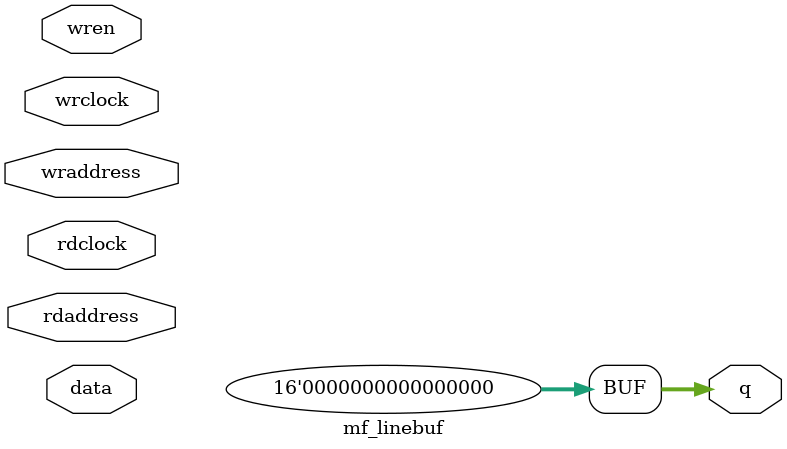
<source format=v>
module mf_linebuf(	// file.cleaned.mlir:2:3
  input  [15:0] data,	// file.cleaned.mlir:2:28
  input  [10:0] rdaddress,	// file.cleaned.mlir:2:44
  input         rdclock,	// file.cleaned.mlir:2:65
  input  [10:0] wraddress,	// file.cleaned.mlir:2:83
  input         wrclock,	// file.cleaned.mlir:2:104
                wren,	// file.cleaned.mlir:2:122
  output [15:0] q	// file.cleaned.mlir:2:138
);

  assign q = 16'h0;	// file.cleaned.mlir:3:15, :4:5
endmodule


</source>
